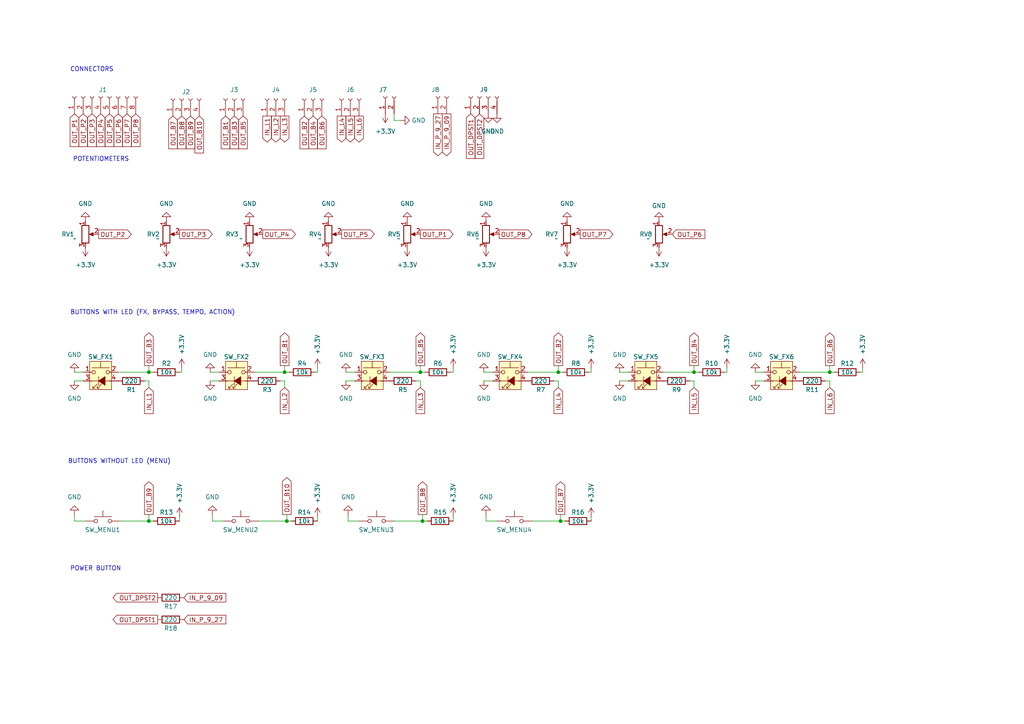
<source format=kicad_sch>
(kicad_sch (version 20230121) (generator eeschema)
  (paper "A4")
  (title_block (title "GRAINMOTHER - Multieffect Board") (date "2025-01-02") (rev "1.0"))
  (lib_symbols
    (symbol "Connector:Conn_01x02_Socket" (pin_names (offset 1.016) hide)
      (property "Reference" "J" (at 0 2.54 0))
      (property "Value" "Conn_01x02_Socket" (at 0 -5.08 0))
      (symbol "Conn_01x02_Socket_1_1"
        (arc (start 0 -2.032) (mid -0.5058 -2.54) (end 0 -3.048) (stroke (width 0.1524)))
        (polyline (pts (xy -1.27 -2.54) (xy -0.508 -2.54)) (stroke (width 0.1524)))
        (polyline (pts (xy -1.27 0) (xy -0.508 0)) (stroke (width 0.1524)))
        (arc (start 0 0.508) (mid -0.5058 0) (end 0 -0.508) (stroke (width 0.1524)))
        (pin passive line (at -5.08 0 0) (length 3.81) (name "Pin_1") (number "1"))
        (pin passive line (at -5.08 -2.54 0) (length 3.81) (name "Pin_2") (number "2"))
      )
    )
    (symbol "Connector:Conn_01x03_Socket" (pin_names (offset 1.016) hide)
      (property "Reference" "J" (at 0 5.08 0))
      (property "Value" "Conn_01x03_Socket" (at 0 -5.08 0))
      (symbol "Conn_01x03_Socket_1_1"
        (arc (start 0 -2.032) (mid -0.5058 -2.54) (end 0 -3.048) (stroke (width 0.1524)))
        (polyline (pts (xy -1.27 -2.54) (xy -0.508 -2.54)) (stroke (width 0.1524)))
        (polyline (pts (xy -1.27 0) (xy -0.508 0)) (stroke (width 0.1524)))
        (polyline (pts (xy -1.27 2.54) (xy -0.508 2.54)) (stroke (width 0.1524)))
        (arc (start 0 0.508) (mid -0.5058 0) (end 0 -0.508) (stroke (width 0.1524)))
        (arc (start 0 3.048) (mid -0.5058 2.54) (end 0 2.032) (stroke (width 0.1524)))
        (pin passive line (at -5.08 2.54 0) (length 3.81) (name "Pin_1") (number "1"))
        (pin passive line (at -5.08 0 0) (length 3.81) (name "Pin_2") (number "2"))
        (pin passive line (at -5.08 -2.54 0) (length 3.81) (name "Pin_3") (number "3"))
      )
    )
    (symbol "Connector:Conn_01x04_Socket" (pin_names (offset 1.016) hide)
      (property "Reference" "J" (at 0 5.08 0))
      (property "Value" "Conn_01x04_Socket" (at 0 -7.62 0))
      (symbol "Conn_01x04_Socket_1_1"
        (arc (start 0 -4.572) (mid -0.5058 -5.08) (end 0 -5.588) (stroke (width 0.1524)))
        (arc (start 0 -2.032) (mid -0.5058 -2.54) (end 0 -3.048) (stroke (width 0.1524)))
        (polyline (pts (xy -1.27 -5.08) (xy -0.508 -5.08)) (stroke (width 0.1524)))
        (polyline (pts (xy -1.27 -2.54) (xy -0.508 -2.54)) (stroke (width 0.1524)))
        (polyline (pts (xy -1.27 0) (xy -0.508 0)) (stroke (width 0.1524)))
        (polyline (pts (xy -1.27 2.54) (xy -0.508 2.54)) (stroke (width 0.1524)))
        (arc (start 0 0.508) (mid -0.5058 0) (end 0 -0.508) (stroke (width 0.1524)))
        (arc (start 0 3.048) (mid -0.5058 2.54) (end 0 2.032) (stroke (width 0.1524)))
        (pin passive line (at -5.08 2.54 0) (length 3.81) (name "Pin_1") (number "1"))
        (pin passive line (at -5.08 0 0) (length 3.81) (name "Pin_2") (number "2"))
        (pin passive line (at -5.08 -2.54 0) (length 3.81) (name "Pin_3") (number "3"))
        (pin passive line (at -5.08 -5.08 0) (length 3.81) (name "Pin_4") (number "4"))
      )
    )
    (symbol "Connector:Conn_01x08_Socket" (pin_names (offset 1.016) hide)
      (property "Reference" "J" (at 0 10.16 0))
      (property "Value" "Conn_01x08_Socket" (at 0 -12.7 0))
      (symbol "Conn_01x08_Socket_1_1"
        (arc (start 0 -9.652) (mid -0.5058 -10.16) (end 0 -10.668) (stroke (width 0.1524)))
        (arc (start 0 -7.112) (mid -0.5058 -7.62) (end 0 -8.128) (stroke (width 0.1524)))
        (arc (start 0 -4.572) (mid -0.5058 -5.08) (end 0 -5.588) (stroke (width 0.1524)))
        (arc (start 0 -2.032) (mid -0.5058 -2.54) (end 0 -3.048) (stroke (width 0.1524)))
        (polyline (pts (xy -1.27 -10.16) (xy -0.508 -10.16)) (stroke (width 0.1524)))
        (polyline (pts (xy -1.27 -7.62) (xy -0.508 -7.62)) (stroke (width 0.1524)))
        (polyline (pts (xy -1.27 -5.08) (xy -0.508 -5.08)) (stroke (width 0.1524)))
        (polyline (pts (xy -1.27 -2.54) (xy -0.508 -2.54)) (stroke (width 0.1524)))
        (polyline (pts (xy -1.27 0) (xy -0.508 0)) (stroke (width 0.1524)))
        (polyline (pts (xy -1.27 2.54) (xy -0.508 2.54)) (stroke (width 0.1524)))
        (polyline (pts (xy -1.27 5.08) (xy -0.508 5.08)) (stroke (width 0.1524)))
        (polyline (pts (xy -1.27 7.62) (xy -0.508 7.62)) (stroke (width 0.1524)))
        (arc (start 0 0.508) (mid -0.5058 0) (end 0 -0.508) (stroke (width 0.1524)))
        (arc (start 0 3.048) (mid -0.5058 2.54) (end 0 2.032) (stroke (width 0.1524)))
        (arc (start 0 5.588) (mid -0.5058 5.08) (end 0 4.572) (stroke (width 0.1524)))
        (arc (start 0 8.128) (mid -0.5058 7.62) (end 0 7.112) (stroke (width 0.1524)))
        (pin passive line (at -5.08 7.62 0) (length 3.81) (name "Pin_1") (number "1"))
        (pin passive line (at -5.08 5.08 0) (length 3.81) (name "Pin_2") (number "2"))
        (pin passive line (at -5.08 2.54 0) (length 3.81) (name "Pin_3") (number "3"))
        (pin passive line (at -5.08 0 0) (length 3.81) (name "Pin_4") (number "4"))
        (pin passive line (at -5.08 -2.54 0) (length 3.81) (name "Pin_5") (number "5"))
        (pin passive line (at -5.08 -5.08 0) (length 3.81) (name "Pin_6") (number "6"))
        (pin passive line (at -5.08 -7.62 0) (length 3.81) (name "Pin_7") (number "7"))
        (pin passive line (at -5.08 -10.16 0) (length 3.81) (name "Pin_8") (number "8"))
      )
    )
    (symbol "Device:R" (pin_numbers hide) (pin_names (offset 0))
      (property "Reference" "R" (at 2.032 0 90))
      (property "Value" "R" (at 0 0 90))
      (symbol "R_0_1"
        (rectangle (start -1.016 -2.54) (end 1.016 2.54) (stroke (width 0.254)))
      )
      (symbol "R_1_1"
        (pin passive line (at 0 3.81 270) (length 1.27) (name "~") (number "1"))
        (pin passive line (at 0 -3.81 90) (length 1.27) (name "~") (number "2"))
      )
    )
    (symbol "Device:R_Potentiometer" (pin_names (offset 1.016) hide)
      (property "Reference" "RV" (at -4.445 0 90))
      (property "Value" "R_Potentiometer" (at -2.54 0 90))
      (symbol "R_Potentiometer_0_1"
        (polyline (pts (xy 2.54 0) (xy 1.524 0)))
        (polyline (pts (xy 1.143 0) (xy 2.286 0.508) (xy 2.286 -0.508) (xy 1.143 0)) (fill (type outline)))
        (rectangle (start 1.016 2.54) (end -1.016 -2.54) (stroke (width 0.254)))
      )
      (symbol "R_Potentiometer_1_1"
        (pin passive line (at 0 3.81 270) (length 1.27) (name "1") (number "1"))
        (pin passive line (at 3.81 0 180) (length 1.27) (name "2") (number "2"))
        (pin passive line (at 0 -3.81 90) (length 1.27) (name "3") (number "3"))
      )
    )
    (symbol "Switch:SW_Push" (pin_numbers hide) (pin_names (offset 1.016) hide)
      (property "Reference" "SW" (at 1.27 2.54 0))
      (property "Value" "SW_Push" (at 0 -1.524 0))
      (symbol "SW_Push_0_1"
        (circle (center -2.032 0) (radius 0.508))
        (polyline (pts (xy 0 1.27) (xy 0 3.048)))
        (polyline (pts (xy 2.54 1.27) (xy -2.54 1.27)))
        (circle (center 2.032 0) (radius 0.508))
        (pin passive line (at -5.08 0 0) (length 2.54) (name "1") (number "1"))
        (pin passive line (at 5.08 0 180) (length 2.54) (name "2") (number "2"))
      )
    )
    (symbol "Switch:SW_Push_LED" (pin_names (offset 1.016) hide)
      (property "Reference" "SW" (at 0 7.62 0))
      (property "Value" "SW_Push_LED" (at 0 -3.81 0))
      (symbol "SW_Push_LED_0_0"
        (polyline (pts (xy -2.54 0) (xy 2.54 0)))
        (polyline (pts (xy -2.286 -2.159) (xy -1.016 -0.889)))
        (polyline (pts (xy -1.016 -2.159) (xy 0.254 -0.889)))
        (polyline (pts (xy -0.635 1.27) (xy -0.635 -1.27)))
        (polyline (pts (xy -2.286 -1.524) (xy -2.286 -2.159) (xy -1.651 -2.159)))
        (polyline (pts (xy -1.016 -1.524) (xy -1.016 -2.159) (xy -0.381 -2.159)))
        (polyline (pts (xy -0.635 0) (xy 1.27 1.27) (xy 1.27 -1.27) (xy -0.635 0)) (fill (type outline)))
      )
      (symbol "SW_Push_LED_0_1"
        (circle (center -2.032 2.54) (radius 0.508))
        (polyline (pts (xy 0 3.81) (xy 0 5.588)))
        (polyline (pts (xy 2.54 3.81) (xy -2.54 3.81)))
        (circle (center 2.032 2.54) (radius 0.508))
        (pin passive line (at -5.08 2.54 0) (length 2.54) (name "1") (number "1"))
        (pin passive line (at 5.08 2.54 180) (length 2.54) (name "2") (number "2"))
        (pin passive line (at -5.08 0 0) (length 2.54) (name "K") (number "3"))
        (pin passive line (at 5.08 0 180) (length 2.54) (name "A") (number "4"))
      )
      (symbol "SW_Push_LED_1_1"
        (rectangle (start -3.175 5.715) (end 3.175 -2.54) (fill (type background)))
      )
    )
    (symbol "power:+3.3V" (power) (pin_names (offset 0))
      (property "Value" "+3.3V" (at 0 3.556 0))
      (symbol "+3.3V_0_1"
        (polyline (pts (xy -0.762 1.27) (xy 0 2.54)))
        (polyline (pts (xy 0 0) (xy 0 2.54)))
        (polyline (pts (xy 0 2.54) (xy 0.762 1.27)))
      )
      (symbol "+3.3V_1_1"
        (pin power_in line (at 0 0 90) (length 0) hide (name "+3.3V") (number "1"))
      )
    )
    (symbol "power:GND" (power) (pin_names (offset 0))
      (property "Value" "GND" (at 0 -3.81 0))
      (symbol "GND_0_1"
        (polyline (pts (xy 0 0) (xy 0 -1.27) (xy 1.27 -1.27) (xy 0 -2.54) (xy -1.27 -1.27) (xy 0 -1.27)))
      )
      (symbol "GND_1_1"
        (pin power_in line (at 0 0 270) (length 0) hide (name "GND") (number "1"))
      )
    )
  )
  (junction (at 122.555 151.13))
  (junction (at 83.185 151.13))
  (junction (at 240.665 107.95))
  (junction (at 43.18 151.13))
  (junction (at 121.92 107.95))
  (junction (at 43.18 107.95))
  (junction (at 201.295 107.95))
  (junction (at 161.925 107.95))
  (junction (at 162.56 151.13))
  (junction (at 82.55 107.95))
  (wire (pts (xy 60.96 107.95) (xy 63.5 107.95)))
  (wire (pts (xy 82.55 112.395) (xy 82.55 110.49)))
  (wire (pts (xy 240.665 110.49) (xy 239.395 110.49)))
  (wire (pts (xy 83.185 151.13) (xy 84.455 151.13)))
  (wire (pts (xy 34.29 107.95) (xy 43.18 107.95)))
  (wire (pts (xy 131.445 107.95) (xy 130.81 107.95)))
  (wire (pts (xy 121.92 106.045) (xy 121.92 107.95)))
  (wire (pts (xy 240.665 106.045) (xy 240.665 107.95)))
  (wire (pts (xy 82.55 106.045) (xy 82.55 107.95)))
  (wire (pts (xy 140.335 110.49) (xy 142.875 110.49)))
  (wire (pts (xy 231.775 107.95) (xy 240.665 107.95)))
  (wire (pts (xy 171.45 107.95) (xy 170.815 107.95)))
  (wire (pts (xy 192.405 107.95) (xy 201.295 107.95)))
  (wire (pts (xy 74.93 151.13) (xy 83.185 151.13)))
  (wire (pts (xy 131.445 106.68) (xy 131.445 107.95)))
  (wire (pts (xy 154.305 151.13) (xy 162.56 151.13)))
  (wire (pts (xy 162.56 149.225) (xy 162.56 151.13)))
  (wire (pts (xy 250.19 106.68) (xy 250.19 107.95)))
  (wire (pts (xy 82.55 107.95) (xy 83.82 107.95)))
  (wire (pts (xy 21.59 149.225) (xy 21.59 151.13)))
  (wire (pts (xy 100.965 149.225) (xy 100.965 151.13)))
  (wire (pts (xy 140.97 151.13) (xy 144.145 151.13)))
  (wire (pts (xy 116.205 34.925) (xy 114.3 34.925)))
  (wire (pts (xy 43.18 107.95) (xy 44.45 107.95)))
  (wire (pts (xy 210.82 106.68) (xy 210.82 107.95)))
  (wire (pts (xy 60.96 110.49) (xy 63.5 110.49)))
  (wire (pts (xy 219.075 107.95) (xy 221.615 107.95)))
  (wire (pts (xy 121.92 107.95) (xy 123.19 107.95)))
  (wire (pts (xy 43.18 110.49) (xy 41.91 110.49)))
  (wire (pts (xy 240.665 107.95) (xy 241.935 107.95)))
  (wire (pts (xy 201.295 107.95) (xy 202.565 107.95)))
  (wire (pts (xy 113.03 107.95) (xy 121.92 107.95)))
  (wire (pts (xy 121.92 110.49) (xy 120.65 110.49)))
  (wire (pts (xy 43.18 149.225) (xy 43.18 151.13)))
  (wire (pts (xy 121.92 112.395) (xy 121.92 110.49)))
  (wire (pts (xy 83.185 149.225) (xy 83.185 151.13)))
  (wire (pts (xy 201.295 110.49) (xy 200.025 110.49)))
  (wire (pts (xy 161.925 106.045) (xy 161.925 107.95)))
  (wire (pts (xy 43.18 112.395) (xy 43.18 110.49)))
  (wire (pts (xy 100.33 107.95) (xy 102.87 107.95)))
  (wire (pts (xy 161.925 110.49) (xy 160.655 110.49)))
  (wire (pts (xy 161.925 107.95) (xy 163.195 107.95)))
  (wire (pts (xy 52.705 107.95) (xy 52.07 107.95)))
  (wire (pts (xy 240.665 112.395) (xy 240.665 110.49)))
  (wire (pts (xy 92.075 106.68) (xy 92.075 107.95)))
  (wire (pts (xy 52.705 106.68) (xy 52.705 107.95)))
  (wire (pts (xy 21.59 151.13) (xy 24.765 151.13)))
  (wire (pts (xy 140.97 149.225) (xy 140.97 151.13)))
  (wire (pts (xy 61.595 151.13) (xy 64.77 151.13)))
  (wire (pts (xy 153.035 107.95) (xy 161.925 107.95)))
  (wire (pts (xy 171.45 106.68) (xy 171.45 107.95)))
  (wire (pts (xy 92.075 149.86) (xy 92.075 151.13)))
  (wire (pts (xy 201.295 106.045) (xy 201.295 107.95)))
  (wire (pts (xy 171.45 149.86) (xy 171.45 151.13)))
  (wire (pts (xy 219.075 110.49) (xy 221.615 110.49)))
  (wire (pts (xy 43.18 151.13) (xy 44.45 151.13)))
  (wire (pts (xy 179.705 110.49) (xy 182.245 110.49)))
  (wire (pts (xy 131.445 149.86) (xy 131.445 151.13)))
  (wire (pts (xy 43.18 106.045) (xy 43.18 107.95)))
  (wire (pts (xy 250.19 107.95) (xy 249.555 107.95)))
  (wire (pts (xy 21.59 110.49) (xy 24.13 110.49)))
  (wire (pts (xy 122.555 151.13) (xy 123.825 151.13)))
  (wire (pts (xy 52.07 149.86) (xy 52.07 151.13)))
  (wire (pts (xy 201.295 112.395) (xy 201.295 110.49)))
  (wire (pts (xy 100.33 110.49) (xy 102.87 110.49)))
  (wire (pts (xy 100.965 151.13) (xy 104.14 151.13)))
  (wire (pts (xy 162.56 151.13) (xy 163.83 151.13)))
  (wire (pts (xy 210.82 107.95) (xy 210.185 107.95)))
  (wire (pts (xy 21.59 107.95) (xy 24.13 107.95)))
  (wire (pts (xy 114.3 151.13) (xy 122.555 151.13)))
  (wire (pts (xy 61.595 149.225) (xy 61.595 151.13)))
  (wire (pts (xy 179.705 107.95) (xy 182.245 107.95)))
  (wire (pts (xy 114.3 34.925) (xy 114.3 33.02)))
  (wire (pts (xy 82.55 110.49) (xy 81.28 110.49)))
  (wire (pts (xy 122.555 149.225) (xy 122.555 151.13)))
  (wire (pts (xy 92.075 107.95) (xy 91.44 107.95)))
  (wire (pts (xy 73.66 107.95) (xy 82.55 107.95)))
  (wire (pts (xy 161.925 112.395) (xy 161.925 110.49)))
  (wire (pts (xy 34.925 151.13) (xy 43.18 151.13)))
  (wire (pts (xy 140.335 107.95) (xy 142.875 107.95)))
  (text "BUTTONS WITH LED (FX, BYPASS, TEMPO, ACTION)" (at 20.32 91.44 0) (effects (font (size 1.27 1.27)) (justify left bottom)))
  (text "POTENTIOMETERS" (at 37.465 46.99 0) (effects (font (size 1.27 1.27)) (justify right bottom)))
  (text "POWER BUTTON\n" (at 20.32 165.735 0) (effects (font (size 1.27 1.27)) (justify left bottom)))
  (text "CONNECTORS" (at 20.32 20.955 0) (effects (font (size 1.27 1.27)) (justify left bottom)))
  (text "BUTTONS WITHOUT LED (MENU)" (at 19.685 134.62 0) (effects (font (size 1.27 1.27)) (justify left bottom)))
  (global_label "OUT_B6" (shape output) (at 240.665 106.045 90) (property "Intersheetrefs" "${INTERSHEET_REFS}" (effects hide)))
  (global_label "IN_L6" (shape output) (at 104.14 33.655 270) (property "Intersheetrefs" "${INTERSHEET_REFS}" (effects hide)))
  (global_label "IN_L5" (shape input) (at 201.295 112.395 270) (property "Intersheetrefs" "${INTERSHEET_REFS}" (effects hide)))
  (global_label "IN_L3" (shape input) (at 121.92 112.395 270) (property "Intersheetrefs" "${INTERSHEET_REFS}" (effects hide)))
  (global_label "OUT_P5" (shape input) (at 31.75 33.02 270) (property "Intersheetrefs" "${INTERSHEET_REFS}" (effects hide)))
  (global_label "OUT_P1" (shape output) (at 121.92 67.945 0) (property "Intersheetrefs" "${INTERSHEET_REFS}" (effects hide)))
  (global_label "OUT_DPST1" (shape output) (at 45.72 179.705 180) (property "Intersheetrefs" "${INTERSHEET_REFS}" (effects hide)))
  (global_label "IN_P_9_27" (shape output) (at 127 33.02 270) (property "Intersheetrefs" "${INTERSHEET_REFS}" (effects hide)))
  (global_label "IN_P_9_09" (shape input) (at 53.34 173.355 0) (property "Intersheetrefs" "${INTERSHEET_REFS}" (effects hide)))
  (global_label "OUT_P7" (shape input) (at 36.83 33.02 270) (property "Intersheetrefs" "${INTERSHEET_REFS}" (effects hide)))
  (global_label "OUT_P2" (shape input) (at 24.13 33.02 270) (property "Intersheetrefs" "${INTERSHEET_REFS}" (effects hide)))
  (global_label "OUT_P8" (shape output) (at 144.78 67.945 0) (property "Intersheetrefs" "${INTERSHEET_REFS}" (effects hide)))
  (global_label "OUT_B2" (shape output) (at 161.925 106.045 90) (property "Intersheetrefs" "${INTERSHEET_REFS}" (effects hide)))
  (global_label "OUT_P1" (shape input) (at 21.59 33.02 270) (property "Intersheetrefs" "${INTERSHEET_REFS}" (effects hide)))
  (global_label "IN_L6" (shape input) (at 240.665 112.395 270) (property "Intersheetrefs" "${INTERSHEET_REFS}" (effects hide)))
  (global_label "IN_L4" (shape input) (at 161.925 112.395 270) (property "Intersheetrefs" "${INTERSHEET_REFS}" (effects hide)))
  (global_label "OUT_P3" (shape input) (at 26.67 33.02 270) (property "Intersheetrefs" "${INTERSHEET_REFS}" (effects hide)))
  (global_label "OUT_P2" (shape output) (at 28.575 67.945 0) (property "Intersheetrefs" "${INTERSHEET_REFS}" (effects hide)))
  (global_label "OUT_B4" (shape input) (at 90.805 33.655 270) (property "Intersheetrefs" "${INTERSHEET_REFS}" (effects hide)))
  (global_label "OUT_B4" (shape output) (at 201.295 106.045 90) (property "Intersheetrefs" "${INTERSHEET_REFS}" (effects hide)))
  (global_label "IN_L2" (shape input) (at 82.55 112.395 270) (property "Intersheetrefs" "${INTERSHEET_REFS}" (effects hide)))
  (global_label "IN_L4" (shape output) (at 99.06 33.655 270) (property "Intersheetrefs" "${INTERSHEET_REFS}" (effects hide)))
  (global_label "OUT_B7" (shape input) (at 50.165 33.655 270) (property "Intersheetrefs" "${INTERSHEET_REFS}" (effects hide)))
  (global_label "OUT_P5" (shape output) (at 99.06 67.945 0) (property "Intersheetrefs" "${INTERSHEET_REFS}" (effects hide)))
  (global_label "OUT_B2" (shape input) (at 88.265 33.655 270) (property "Intersheetrefs" "${INTERSHEET_REFS}" (effects hide)))
  (global_label "OUT_P3" (shape output) (at 52.07 67.945 0) (property "Intersheetrefs" "${INTERSHEET_REFS}" (effects hide)))
  (global_label "OUT_DPST1" (shape input) (at 136.525 33.02 270) (property "Intersheetrefs" "${INTERSHEET_REFS}" (effects hide)))
  (global_label "OUT_DPST2" (shape input) (at 139.065 33.02 270) (property "Intersheetrefs" "${INTERSHEET_REFS}" (effects hide)))
  (global_label "OUT_B5" (shape output) (at 121.92 106.045 90) (property "Intersheetrefs" "${INTERSHEET_REFS}" (effects hide)))
  (global_label "OUT_B3" (shape input) (at 67.945 33.655 270) (property "Intersheetrefs" "${INTERSHEET_REFS}" (effects hide)))
  (global_label "OUT_P7" (shape output) (at 168.275 67.945 0) (property "Intersheetrefs" "${INTERSHEET_REFS}" (effects hide)))
  (global_label "IN_L5" (shape output) (at 101.6 33.655 270) (property "Intersheetrefs" "${INTERSHEET_REFS}" (effects hide)))
  (global_label "OUT_DPST2" (shape output) (at 45.72 173.355 180) (property "Intersheetrefs" "${INTERSHEET_REFS}" (effects hide)))
  (global_label "OUT_B5" (shape input) (at 70.485 33.655 270) (property "Intersheetrefs" "${INTERSHEET_REFS}" (effects hide)))
  (global_label "OUT_B10" (shape output) (at 83.185 149.225 90) (property "Intersheetrefs" "${INTERSHEET_REFS}" (effects hide)))
  (global_label "OUT_P6" (shape input) (at 194.945 67.945 0) (property "Intersheetrefs" "${INTERSHEET_REFS}" (effects hide)))
  (global_label "OUT_B6" (shape input) (at 93.345 33.655 270) (property "Intersheetrefs" "${INTERSHEET_REFS}" (effects hide)))
  (global_label "IN_L1" (shape input) (at 43.18 112.395 270) (property "Intersheetrefs" "${INTERSHEET_REFS}" (effects hide)))
  (global_label "OUT_B3" (shape output) (at 43.18 106.045 90) (property "Intersheetrefs" "${INTERSHEET_REFS}" (effects hide)))
  (global_label "OUT_P8" (shape input) (at 39.37 33.02 270) (property "Intersheetrefs" "${INTERSHEET_REFS}" (effects hide)))
  (global_label "OUT_B7" (shape output) (at 162.56 149.225 90) (property "Intersheetrefs" "${INTERSHEET_REFS}" (effects hide)))
  (global_label "OUT_B9" (shape output) (at 43.18 149.225 90) (property "Intersheetrefs" "${INTERSHEET_REFS}" (effects hide)))
  (global_label "OUT_B9" (shape input) (at 55.245 33.655 270) (property "Intersheetrefs" "${INTERSHEET_REFS}" (effects hide)))
  (global_label "OUT_P6" (shape input) (at 34.29 33.02 270) (property "Intersheetrefs" "${INTERSHEET_REFS}" (effects hide)))
  (global_label "OUT_P4" (shape input) (at 29.21 33.02 270) (property "Intersheetrefs" "${INTERSHEET_REFS}" (effects hide)))
  (global_label "OUT_B8" (shape input) (at 52.705 33.655 270) (property "Intersheetrefs" "${INTERSHEET_REFS}" (effects hide)))
  (global_label "IN_L3" (shape output) (at 82.55 33.655 270) (property "Intersheetrefs" "${INTERSHEET_REFS}" (effects hide)))
  (global_label "OUT_B8" (shape output) (at 122.555 149.225 90) (property "Intersheetrefs" "${INTERSHEET_REFS}" (effects hide)))
  (global_label "OUT_B1" (shape input) (at 65.405 33.655 270) (property "Intersheetrefs" "${INTERSHEET_REFS}" (effects hide)))
  (global_label "IN_L1" (shape output) (at 77.47 33.655 270) (property "Intersheetrefs" "${INTERSHEET_REFS}" (effects hide)))
  (global_label "OUT_B1" (shape output) (at 82.55 106.045 90) (property "Intersheetrefs" "${INTERSHEET_REFS}" (effects hide)))
  (global_label "OUT_P4" (shape output) (at 76.2 67.945 0) (property "Intersheetrefs" "${INTERSHEET_REFS}" (effects hide)))
  (global_label "OUT_B10" (shape input) (at 57.785 33.655 270) (property "Intersheetrefs" "${INTERSHEET_REFS}" (effects hide)))
  (global_label "IN_L2" (shape output) (at 80.01 33.655 270) (property "Intersheetrefs" "${INTERSHEET_REFS}" (effects hide)))
  (global_label "IN_P_9_09" (shape output) (at 129.54 33.02 270) (property "Intersheetrefs" "${INTERSHEET_REFS}" (effects hide)))
  (global_label "IN_P_9_27" (shape input) (at 53.34 179.705 0) (property "Intersheetrefs" "${INTERSHEET_REFS}" (effects hide)))
  (symbol (lib_id "power:GND") (at 60.96 110.49 0) (unit 1)
    (property "Reference" "#PWR025" (effects hide))
    (property "Value" "GND" (at 60.96 115.57 0))
  )
  (symbol (lib_id "power:GND") (at 24.765 64.135 180) (unit 1)
    (property "Reference" "#PWR015" (effects hide))
    (property "Value" "GND" (at 24.765 59.055 0))
  )
  (symbol (lib_id "Device:R") (at 245.745 107.95 90) (unit 1)
    (property "Reference" "R12" (at 245.745 105.41 90))
    (property "Value" "10k" (at 245.745 107.95 90))
    (property "Footprint" "Resistor_THT:R_Axial_DIN0207_L6.3mm_D2.5mm_P10.16mm_Horizontal" (effects hide))
  )
  (symbol (lib_id "power:GND") (at 144.145 33.02 0) (unit 1)
    (property "Reference" "#PWR048" (effects hide))
    (property "Value" "GND" (at 144.145 38.1 0))
  )
  (symbol (lib_id "power:GND") (at 48.26 64.135 180) (unit 1)
    (property "Reference" "#PWR014" (effects hide))
    (property "Value" "GND" (at 48.26 59.055 0))
  )
  (symbol (lib_id "power:+3.3V") (at 72.39 71.755 180) (unit 1)
    (property "Reference" "#PWR019" (effects hide))
    (property "Value" "+3.3V" (at 72.39 76.835 0))
  )
  (symbol (lib_id "Connector:Conn_01x03_Socket") (at 101.6 28.575 90) (unit 1)
    (property "Reference" "J6" (at 101.6 26.035 90))
    (property "Value" "Conn_01x03_Socket" (effects hide))
    (property "Footprint" "Custom Parts:CONN_22292031_MOL" (effects hide))
  )
  (symbol (lib_id "Device:R") (at 49.53 173.355 90) (unit 1)
    (property "Reference" "R17" (at 49.53 175.895 90))
    (property "Value" "220" (at 49.53 173.355 90))
    (property "Footprint" "Resistor_THT:R_Axial_DIN0207_L6.3mm_D2.5mm_P10.16mm_Horizontal" (effects hide))
  )
  (symbol (lib_id "Switch:SW_Push") (at 149.225 151.13 0) (unit 1)
    (property "Reference" "SW_MENU4" (at 154.305 153.67 0) (effects (justify right)))
    (property "Value" "~" (at 147.955 152.4 90) (effects (justify right)))
    (property "Footprint" "Custom Parts:SW-DIGITAST_NarrowSpacing_noLED_LeftSided" (effects hide))
  )
  (symbol (lib_id "Device:R_Potentiometer") (at 72.39 67.945 0) (unit 1)
    (property "Reference" "RV3" (at 69.215 67.945 0) (effects (justify right)))
    (property "Value" "~" (at 70.485 69.215 0) (effects (justify right)))
    (property "Footprint" "Custom Parts:Potentiometer_Bourns_PTV111-3_Vertical" (effects hide))
  )
  (symbol (lib_id "power:GND") (at 72.39 64.135 180) (unit 1)
    (property "Reference" "#PWR013" (effects hide))
    (property "Value" "GND" (at 72.39 59.055 0))
  )
  (symbol (lib_id "Device:R") (at 167.005 107.95 90) (unit 1)
    (property "Reference" "R8" (at 167.005 105.41 90))
    (property "Value" "10k" (at 167.005 107.95 90))
    (property "Footprint" "Resistor_THT:R_Axial_DIN0207_L6.3mm_D2.5mm_P10.16mm_Horizontal" (effects hide))
  )
  (symbol (lib_id "Device:R") (at 48.26 151.13 270) (unit 1)
    (property "Reference" "R13" (at 48.26 148.59 90))
    (property "Value" "10k" (at 48.26 151.13 90))
    (property "Footprint" "Resistor_THT:R_Axial_DIN0207_L6.3mm_D2.5mm_P10.16mm_Horizontal" (effects hide))
  )
  (symbol (lib_id "power:+3.3V") (at 24.765 71.755 180) (unit 1)
    (property "Reference" "#PWR021" (effects hide))
    (property "Value" "+3.3V" (at 24.765 76.835 0))
  )
  (symbol (lib_id "power:GND") (at 191.135 64.135 180) (unit 1)
    (property "Reference" "#PWR01" (effects hide))
    (property "Value" "GND" (at 191.135 59.69 0))
  )
  (symbol (lib_id "power:GND") (at 21.59 149.225 180) (unit 1)
    (property "Reference" "#PWR039" (effects hide))
    (property "Value" "GND" (at 21.59 144.145 0))
  )
  (symbol (lib_id "Device:R_Potentiometer") (at 140.97 67.945 0) (unit 1)
    (property "Reference" "RV6" (at 139.065 67.945 0) (effects (justify right)))
    (property "Value" "~" (at 139.065 69.215 0) (effects (justify right)))
    (property "Footprint" "Custom Parts:Potentiometer_Bourns_PTV111-3_Vertical" (effects hide))
  )
  (symbol (lib_id "power:GND") (at 100.33 110.49 0) (unit 1)
    (property "Reference" "#PWR028" (effects hide))
    (property "Value" "GND" (at 100.33 115.57 0))
  )
  (symbol (lib_id "power:+3.3V") (at 92.075 149.86 0) (unit 1)
    (property "Reference" "#PWR042" (effects hide))
    (property "Value" "+3.3V" (at 92.075 146.05 90) (effects (justify left)))
  )
  (symbol (lib_id "Device:R") (at 167.64 151.13 270) (unit 1)
    (property "Reference" "R16" (at 167.64 148.59 90))
    (property "Value" "10k" (at 167.64 151.13 90))
    (property "Footprint" "Resistor_THT:R_Axial_DIN0207_L6.3mm_D2.5mm_P10.16mm_Horizontal" (effects hide))
  )
  (symbol (lib_id "Device:R") (at 156.845 110.49 90) (unit 1)
    (property "Reference" "R7" (at 156.845 113.03 90))
    (property "Value" "220" (at 156.845 110.49 90))
    (property "Footprint" "Resistor_THT:R_Axial_DIN0207_L6.3mm_D2.5mm_P10.16mm_Horizontal" (effects hide))
  )
  (symbol (lib_id "power:+3.3V") (at 118.11 71.755 180) (unit 1)
    (property "Reference" "#PWR017" (effects hide))
    (property "Value" "+3.3V" (at 118.11 76.835 0))
  )
  (symbol (lib_id "power:GND") (at 219.075 107.95 180) (unit 1)
    (property "Reference" "#PWR036" (effects hide))
    (property "Value" "GND" (at 219.075 102.87 0))
  )
  (symbol (lib_id "Switch:SW_Push_LED") (at 29.21 110.49 0) (unit 1)
    (property "Reference" "SW_FX1" (at 29.21 103.505 0))
    (property "Value" "SW_Push_LED" (effects hide))
    (property "Footprint" "Custom Parts:SW-DIGITAST_NarrowSpacing_LeftSided" (effects hide))
  )
  (symbol (lib_id "power:GND") (at 219.075 110.49 0) (unit 1)
    (property "Reference" "#PWR037" (effects hide))
    (property "Value" "GND" (at 219.075 115.57 0))
  )
  (symbol (lib_id "Switch:SW_Push") (at 69.85 151.13 0) (unit 1)
    (property "Reference" "SW_MENU2" (at 74.93 153.67 0) (effects (justify right)))
    (property "Value" "~" (at 68.58 152.4 90) (effects (justify right)))
    (property "Footprint" "Custom Parts:SW-DIGITAST_NarrowSpacing_noLED_LeftSided" (effects hide))
  )
  (symbol (lib_id "power:+3.3V") (at 250.19 106.68 0) (unit 1)
    (property "Reference" "#PWR038" (effects hide))
    (property "Value" "+3.3V" (at 250.19 102.87 90) (effects (justify left)))
  )
  (symbol (lib_id "power:GND") (at 179.705 110.49 0) (unit 1)
    (property "Reference" "#PWR034" (effects hide))
    (property "Value" "GND" (at 179.705 115.57 0))
  )
  (symbol (lib_id "power:GND") (at 116.205 34.925 90) (unit 1)
    (property "Reference" "#PWR08" (effects hide))
    (property "Value" "GND" (at 119.38 34.925 90) (effects (justify right)))
  )
  (symbol (lib_id "Device:R") (at 49.53 179.705 90) (unit 1)
    (property "Reference" "R18" (at 49.53 182.245 90))
    (property "Value" "220" (at 49.53 179.705 90))
    (property "Footprint" "Resistor_THT:R_Axial_DIN0207_L6.3mm_D2.5mm_P10.16mm_Horizontal" (effects hide))
  )
  (symbol (lib_id "Switch:SW_Push_LED") (at 147.955 110.49 0) (unit 1)
    (property "Reference" "SW_FX4" (at 147.955 103.505 0))
    (property "Value" "SW_Push_LED" (effects hide))
    (property "Footprint" "Custom Parts:SW-DIGITAST_NarrowSpacing_LeftSided" (effects hide))
  )
  (symbol (lib_id "Connector:Conn_01x02_Socket") (at 127 27.94 90) (unit 1)
    (property "Reference" "J8" (at 125.095 26.035 90) (effects (justify right)))
    (property "Value" "Conn_01x02_Socket" (effects hide))
    (property "Footprint" "Custom Parts:CONN_22-27-2021_MOL" (effects hide))
  )
  (symbol (lib_id "power:GND") (at 140.335 107.95 180) (unit 1)
    (property "Reference" "#PWR030" (effects hide))
    (property "Value" "GND" (at 140.335 102.87 0))
  )
  (symbol (lib_id "Device:R_Potentiometer") (at 118.11 67.945 0) (unit 1)
    (property "Reference" "RV5" (at 116.205 67.945 0) (effects (justify right)))
    (property "Value" "~" (at 116.205 69.215 0) (effects (justify right)))
    (property "Footprint" "Custom Parts:Potentiometer_Bourns_PTV111-3_Vertical" (effects hide))
  )
  (symbol (lib_id "Switch:SW_Push_LED") (at 68.58 110.49 0) (unit 1)
    (property "Reference" "SW_FX2" (at 68.58 103.505 0))
    (property "Value" "SW_Push_LED" (effects hide))
    (property "Footprint" "Custom Parts:SW-DIGITAST_NarrowSpacing_LeftSided" (effects hide))
  )
  (symbol (lib_id "power:+3.3V") (at 131.445 149.86 0) (unit 1)
    (property "Reference" "#PWR044" (effects hide))
    (property "Value" "+3.3V" (at 131.445 146.05 90) (effects (justify left)))
  )
  (symbol (lib_id "power:+3.3V") (at 131.445 106.68 0) (unit 1)
    (property "Reference" "#PWR029" (effects hide))
    (property "Value" "+3.3V" (at 131.445 102.87 90) (effects (justify left)))
  )
  (symbol (lib_id "power:+3.3V") (at 171.45 149.86 0) (unit 1)
    (property "Reference" "#PWR046" (effects hide))
    (property "Value" "+3.3V" (at 171.45 146.05 90) (effects (justify left)))
  )
  (symbol (lib_id "power:GND") (at 60.96 107.95 180) (unit 1)
    (property "Reference" "#PWR03" (effects hide))
    (property "Value" "GND" (at 60.96 102.87 0))
  )
  (symbol (lib_id "power:+3.3V") (at 48.26 71.755 180) (unit 1)
    (property "Reference" "#PWR020" (effects hide))
    (property "Value" "+3.3V" (at 48.26 76.835 0))
  )
  (symbol (lib_id "power:+3.3V") (at 52.705 106.68 0) (unit 1)
    (property "Reference" "#PWR024" (effects hide))
    (property "Value" "+3.3V" (at 52.705 102.87 90) (effects (justify left)))
  )
  (symbol (lib_id "power:+3.3V") (at 92.075 106.68 0) (unit 1)
    (property "Reference" "#PWR026" (effects hide))
    (property "Value" "+3.3V" (at 92.075 102.87 90) (effects (justify left)))
  )
  (symbol (lib_id "power:GND") (at 140.335 110.49 0) (unit 1)
    (property "Reference" "#PWR031" (effects hide))
    (property "Value" "GND" (at 140.335 115.57 0))
  )
  (symbol (lib_id "Device:R_Potentiometer") (at 48.26 67.945 0) (unit 1)
    (property "Reference" "RV2" (at 46.355 67.945 0) (effects (justify right)))
    (property "Value" "~" (at 46.355 69.215 0) (effects (justify right)))
    (property "Footprint" "Custom Parts:Potentiometer_Bourns_PTV111-3_Vertical" (effects hide))
  )
  (symbol (lib_id "Device:R") (at 196.215 110.49 90) (unit 1)
    (property "Reference" "R9" (at 196.215 113.03 90))
    (property "Value" "220" (at 196.215 110.49 90))
    (property "Footprint" "Resistor_THT:R_Axial_DIN0207_L6.3mm_D2.5mm_P10.16mm_Horizontal" (effects hide))
  )
  (symbol (lib_id "power:+3.3V") (at 95.25 71.755 180) (unit 1)
    (property "Reference" "#PWR018" (effects hide))
    (property "Value" "+3.3V" (at 95.25 76.835 0))
  )
  (symbol (lib_id "Device:R") (at 116.84 110.49 90) (unit 1)
    (property "Reference" "R5" (at 116.84 113.03 90))
    (property "Value" "220" (at 116.84 110.49 90))
    (property "Footprint" "Resistor_THT:R_Axial_DIN0207_L6.3mm_D2.5mm_P10.16mm_Horizontal" (effects hide))
  )
  (symbol (lib_id "Device:R_Potentiometer") (at 164.465 67.945 0) (unit 1)
    (property "Reference" "RV7" (at 161.925 67.945 0) (effects (justify right)))
    (property "Value" "~" (at 161.925 69.215 0) (effects (justify right)))
    (property "Footprint" "Custom Parts:Potentiometer_Bourns_PTV111-3_Vertical" (effects hide))
  )
  (symbol (lib_id "Switch:SW_Push_LED") (at 107.95 110.49 0) (unit 1)
    (property "Reference" "SW_FX3" (at 107.95 103.505 0))
    (property "Value" "SW_Push_LED" (effects hide))
    (property "Footprint" "Custom Parts:SW-DIGITAST_NarrowSpacing_LeftSided" (effects hide))
  )
  (symbol (lib_id "power:GND") (at 95.25 64.135 180) (unit 1)
    (property "Reference" "#PWR012" (effects hide))
    (property "Value" "GND" (at 95.25 59.055 0))
  )
  (symbol (lib_id "Connector:Conn_01x03_Socket") (at 67.945 28.575 90) (unit 1)
    (property "Reference" "J3" (at 67.945 26.035 90))
    (property "Value" "Conn_01x03_Socket" (effects hide))
    (property "Footprint" "Custom Parts:CONN_22292031_MOL" (effects hide))
  )
  (symbol (lib_id "Device:R") (at 88.265 151.13 270) (unit 1)
    (property "Reference" "R14" (at 88.265 148.59 90))
    (property "Value" "10k" (at 88.265 151.13 90))
    (property "Footprint" "Resistor_THT:R_Axial_DIN0207_L6.3mm_D2.5mm_P10.16mm_Horizontal" (effects hide))
  )
  (symbol (lib_id "Device:R") (at 38.1 110.49 90) (unit 1)
    (property "Reference" "R1" (at 38.1 113.03 90))
    (property "Value" "220" (at 38.1 110.49 90))
    (property "Footprint" "Resistor_THT:R_Axial_DIN0207_L6.3mm_D2.5mm_P10.16mm_Horizontal" (effects hide))
  )
  (symbol (lib_id "Connector:Conn_01x03_Socket") (at 80.01 28.575 90) (unit 1)
    (property "Reference" "J4" (at 80.01 26.035 90))
    (property "Value" "Conn_01x03_Socket" (effects hide))
    (property "Footprint" "Custom Parts:CONN_22292031_MOL" (effects hide))
  )
  (symbol (lib_id "power:GND") (at 61.595 149.225 180) (unit 1)
    (property "Reference" "#PWR041" (effects hide))
    (property "Value" "GND" (at 61.595 144.145 0))
  )
  (symbol (lib_id "power:GND") (at 100.33 107.95 180) (unit 1)
    (property "Reference" "#PWR027" (effects hide))
    (property "Value" "GND" (at 100.33 102.87 0))
  )
  (symbol (lib_id "Device:R_Potentiometer") (at 95.25 67.945 0) (unit 1)
    (property "Reference" "RV4" (at 93.345 67.945 0) (effects (justify right)))
    (property "Value" "~" (at 93.345 69.215 0) (effects (justify right)))
    (property "Footprint" "Custom Parts:Potentiometer_Bourns_PTV111-3_Vertical" (effects hide))
  )
  (symbol (lib_id "Device:R") (at 77.47 110.49 90) (unit 1)
    (property "Reference" "R3" (at 77.47 113.03 90))
    (property "Value" "220" (at 77.47 110.49 90))
    (property "Footprint" "Resistor_THT:R_Axial_DIN0207_L6.3mm_D2.5mm_P10.16mm_Horizontal" (effects hide))
  )
  (symbol (lib_id "power:GND") (at 21.59 110.49 0) (unit 1)
    (property "Reference" "#PWR023" (effects hide))
    (property "Value" "GND" (at 21.59 115.57 0))
  )
  (symbol (lib_id "Switch:SW_Push_LED") (at 226.695 110.49 0) (unit 1)
    (property "Reference" "SW_FX6" (at 226.695 103.505 0))
    (property "Value" "SW_Push_LED" (effects hide))
    (property "Footprint" "Custom Parts:SW-DIGITAST_NarrowSpacing_LeftSided" (effects hide))
  )
  (symbol (lib_id "power:+3.3V") (at 171.45 106.68 0) (unit 1)
    (property "Reference" "#PWR032" (effects hide))
    (property "Value" "+3.3V" (at 171.45 102.87 90) (effects (justify left)))
  )
  (symbol (lib_id "Device:R") (at 235.585 110.49 90) (unit 1)
    (property "Reference" "R11" (at 235.585 113.03 90))
    (property "Value" "220" (at 235.585 110.49 90))
    (property "Footprint" "Resistor_THT:R_Axial_DIN0207_L6.3mm_D2.5mm_P10.16mm_Horizontal" (effects hide))
  )
  (symbol (lib_id "power:+3.3V") (at 111.76 33.02 180) (unit 1)
    (property "Reference" "#PWR07" (effects hide))
    (property "Value" "+3.3V" (at 111.76 38.1 0))
  )
  (symbol (lib_id "power:GND") (at 118.11 64.135 180) (unit 1)
    (property "Reference" "#PWR011" (effects hide))
    (property "Value" "GND" (at 118.11 59.055 0))
  )
  (symbol (lib_id "Switch:SW_Push") (at 109.22 151.13 0) (unit 1)
    (property "Reference" "SW_MENU3" (at 114.3 153.67 0) (effects (justify right)))
    (property "Value" "~" (at 107.95 152.4 90) (effects (justify right)))
    (property "Footprint" "Custom Parts:SW-DIGITAST_NarrowSpacing_noLED_LeftSided" (effects hide))
  )
  (symbol (lib_id "power:+3.3V") (at 210.82 106.68 0) (unit 1)
    (property "Reference" "#PWR035" (effects hide))
    (property "Value" "+3.3V" (at 210.82 102.87 90) (effects (justify left)))
  )
  (symbol (lib_id "Device:R") (at 206.375 107.95 90) (unit 1)
    (property "Reference" "R10" (at 206.375 105.41 90))
    (property "Value" "10k" (at 206.375 107.95 90))
    (property "Footprint" "Resistor_THT:R_Axial_DIN0207_L6.3mm_D2.5mm_P10.16mm_Horizontal" (effects hide))
  )
  (symbol (lib_id "power:+3.3V") (at 164.465 71.755 180) (unit 1)
    (property "Reference" "#PWR016" (effects hide))
    (property "Value" "+3.3V" (at 164.465 76.835 0))
  )
  (symbol (lib_id "power:GND") (at 140.97 64.135 180) (unit 1)
    (property "Reference" "#PWR010" (effects hide))
    (property "Value" "GND" (at 140.97 59.055 0))
  )
  (symbol (lib_id "Switch:SW_Push") (at 29.845 151.13 0) (unit 1)
    (property "Reference" "SW_MENU1" (at 34.925 153.67 0) (effects (justify right)))
    (property "Value" "~" (at 28.575 152.4 90) (effects (justify right)))
    (property "Footprint" "Custom Parts:SW-DIGITAST_NarrowSpacing_noLED_LeftSided" (effects hide))
  )
  (symbol (lib_id "power:+3.3V") (at 52.07 149.86 0) (unit 1)
    (property "Reference" "#PWR040" (effects hide))
    (property "Value" "+3.3V" (at 52.07 146.05 90) (effects (justify left)))
  )
  (symbol (lib_id "Device:R") (at 127 107.95 90) (unit 1)
    (property "Reference" "R6" (at 127 105.41 90))
    (property "Value" "10k" (at 127 107.95 90))
    (property "Footprint" "Resistor_THT:R_Axial_DIN0207_L6.3mm_D2.5mm_P10.16mm_Horizontal" (effects hide))
  )
  (symbol (lib_id "power:GND") (at 141.605 33.02 0) (unit 1)
    (property "Reference" "#PWR047" (effects hide))
    (property "Value" "GND" (at 141.605 38.1 0))
  )
  (symbol (lib_id "Connector:Conn_01x04_Socket") (at 52.705 28.575 90) (unit 1)
    (property "Reference" "J2" (at 53.975 26.67 90))
    (property "Value" "Conn_01x04_Socket" (effects hide))
    (property "Footprint" "Custom Parts:CONN_22-27-2041_MOL" (effects hide))
  )
  (symbol (lib_id "Switch:SW_Push_LED") (at 187.325 110.49 0) (unit 1)
    (property "Reference" "SW_FX5" (at 187.325 103.505 0))
    (property "Value" "SW_Push_LED" (effects hide))
    (property "Footprint" "Custom Parts:SW-DIGITAST_NarrowSpacing_LeftSided" (effects hide))
  )
  (symbol (lib_id "power:GND") (at 21.59 107.95 180) (unit 1)
    (property "Reference" "#PWR04" (effects hide))
    (property "Value" "GND" (at 21.59 102.87 0))
  )
  (symbol (lib_id "Connector:Conn_01x04_Socket") (at 139.065 27.94 90) (unit 1)
    (property "Reference" "J9" (at 140.335 26.035 90))
    (property "Value" "Conn_01x04_Socket" (effects hide))
    (property "Footprint" "Custom Parts:CONN_22-27-2041_MOL" (effects hide))
  )
  (symbol (lib_id "Device:R") (at 127.635 151.13 270) (unit 1)
    (property "Reference" "R15" (at 127.635 148.59 90))
    (property "Value" "10k" (at 127.635 151.13 90))
    (property "Footprint" "Resistor_THT:R_Axial_DIN0207_L6.3mm_D2.5mm_P10.16mm_Horizontal" (effects hide))
  )
  (symbol (lib_id "power:GND") (at 179.705 107.95 180) (unit 1)
    (property "Reference" "#PWR033" (effects hide))
    (property "Value" "GND" (at 179.705 102.87 0))
  )
  (symbol (lib_id "Device:R_Potentiometer") (at 191.135 67.945 0) (unit 1)
    (property "Reference" "RV8" (at 189.23 67.945 0) (effects (justify right)))
    (property "Value" "~" (at 188.595 69.215 0) (effects (justify right)))
    (property "Footprint" "Custom Parts:Potentiometer_Bourns_PTV111-3_Vertical" (effects hide))
  )
  (symbol (lib_id "Device:R") (at 48.26 107.95 90) (unit 1)
    (property "Reference" "R2" (at 48.26 105.41 90))
    (property "Value" "10k" (at 48.26 107.95 90))
    (property "Footprint" "Resistor_THT:R_Axial_DIN0207_L6.3mm_D2.5mm_P10.16mm_Horizontal" (effects hide))
  )
  (symbol (lib_id "Device:R_Potentiometer") (at 24.765 67.945 0) (unit 1)
    (property "Reference" "RV1" (at 21.59 67.945 0) (effects (justify right)))
    (property "Value" "~" (at 22.225 69.215 0) (effects (justify right)))
    (property "Footprint" "Custom Parts:Potentiometer_Bourns_PTV111-3_Vertical" (effects hide))
  )
  (symbol (lib_id "power:+3.3V") (at 191.135 71.755 180) (unit 1)
    (property "Reference" "#PWR02" (effects hide))
    (property "Value" "+3.3V" (at 191.135 76.835 0))
  )
  (symbol (lib_id "Connector:Conn_01x08_Socket") (at 29.21 27.94 90) (unit 1)
    (property "Reference" "J1" (at 29.845 26.035 90))
    (property "Footprint" "Custom Parts:CONN_22-27-2081_MOL" (effects hide))
  )
  (symbol (lib_id "Connector:Conn_01x02_Socket") (at 111.76 27.94 90) (unit 1)
    (property "Reference" "J7" (at 109.855 26.035 90) (effects (justify right)))
    (property "Value" "Conn_01x02_Socket" (effects hide))
    (property "Footprint" "Custom Parts:CONN_22-27-2021_MOL" (effects hide))
  )
  (symbol (lib_id "power:GND") (at 100.965 149.225 180) (unit 1)
    (property "Reference" "#PWR043" (effects hide))
    (property "Value" "GND" (at 100.965 144.145 0))
  )
  (symbol (lib_id "power:GND") (at 140.97 149.225 180) (unit 1)
    (property "Reference" "#PWR045" (effects hide))
    (property "Value" "GND" (at 140.97 144.145 0))
  )
  (symbol (lib_id "Device:R") (at 87.63 107.95 90) (unit 1)
    (property "Reference" "R4" (at 87.63 105.41 90))
    (property "Value" "10k" (at 87.63 107.95 90))
    (property "Footprint" "Resistor_THT:R_Axial_DIN0207_L6.3mm_D2.5mm_P10.16mm_Horizontal" (effects hide))
  )
  (symbol (lib_id "power:GND") (at 164.465 64.135 180) (unit 1)
    (property "Reference" "#PWR09" (effects hide))
    (property "Value" "GND" (at 164.465 59.055 0))
  )
  (symbol (lib_id "Connector:Conn_01x03_Socket") (at 90.805 28.575 90) (unit 1)
    (property "Reference" "J5" (at 90.805 26.035 90))
    (property "Value" "Conn_01x03_Socket" (effects hide))
    (property "Footprint" "Custom Parts:CONN_22292031_MOL" (effects hide))
  )
  (symbol (lib_id "power:+3.3V") (at 140.97 71.755 180) (unit 1)
    (property "Reference" "#PWR022" (effects hide))
    (property "Value" "+3.3V" (at 140.97 76.835 0))
  )
)
</source>
